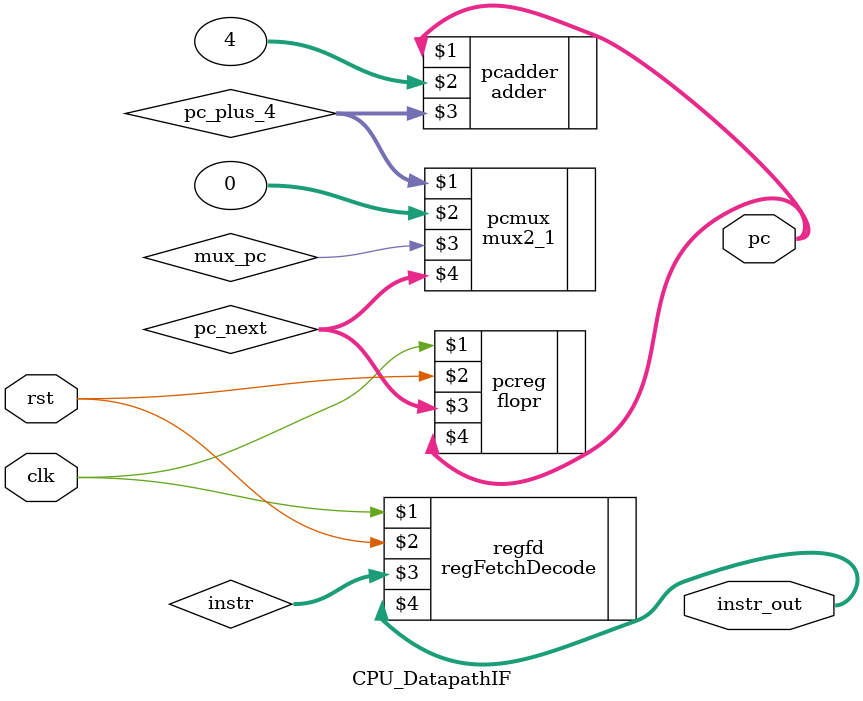
<source format=sv>
module CPU_DatapathIF(clk, rst, pc, instr_out);

	input logic clk, rst;
	
	output logic [31:0] pc;
	output logic [29:0] instr_out;
	
	// Fetch signals
	logic [31:0] pc_plus_4, pc_next;
	logic mux_pc;
	logic [29:0] instr;
	
	
	// Fetch Stage
	mux2_1 #(32) pcmux(pc_plus_4, 0, mux_pc, pc_next); //TODO: 0 is the jump, change, also change pc_sel
	flopr #(32) pcreg(clk, rst, pc_next, pc);
	adder #(32) pcadder(pc, 32'b100, pc_plus_4);
	
	// Fetch-Decode Register
	regFetchDecode regfd(clk, rst, instr, instr_out);
	
							
endmodule
	
</source>
